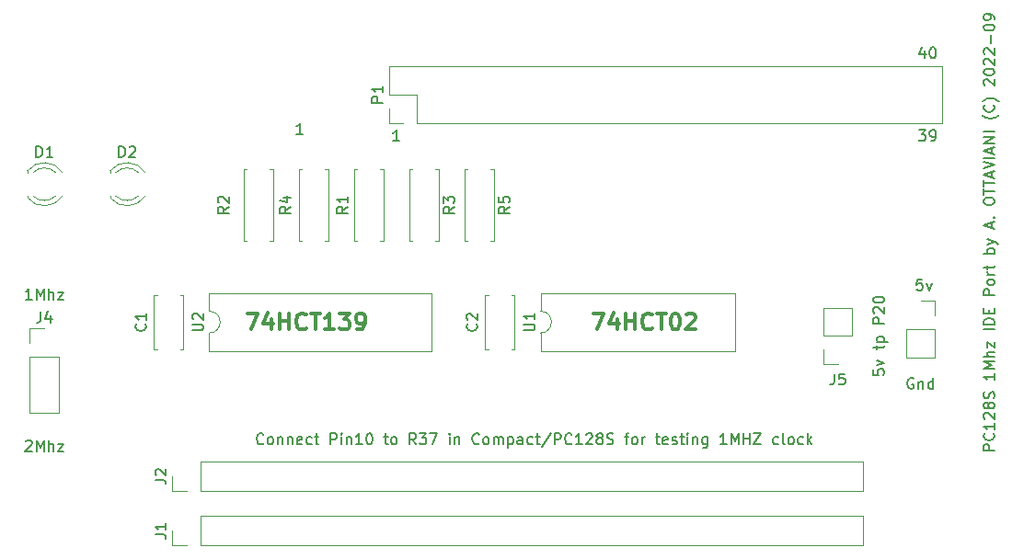
<source format=gbr>
G04 #@! TF.GenerationSoftware,KiCad,Pcbnew,(6.0.6)*
G04 #@! TF.CreationDate,2022-09-15T19:04:13+02:00*
G04 #@! TF.ProjectId,PC128S_IDE,50433132-3853-45f4-9944-452e6b696361,rev?*
G04 #@! TF.SameCoordinates,Original*
G04 #@! TF.FileFunction,Legend,Top*
G04 #@! TF.FilePolarity,Positive*
%FSLAX46Y46*%
G04 Gerber Fmt 4.6, Leading zero omitted, Abs format (unit mm)*
G04 Created by KiCad (PCBNEW (6.0.6)) date 2022-09-15 19:04:13*
%MOMM*%
%LPD*%
G01*
G04 APERTURE LIST*
%ADD10C,0.150000*%
%ADD11C,0.300000*%
%ADD12C,0.120000*%
G04 APERTURE END LIST*
D10*
X211422142Y-106795000D02*
X211326904Y-106747380D01*
X211184047Y-106747380D01*
X211041190Y-106795000D01*
X210945952Y-106890238D01*
X210898333Y-106985476D01*
X210850714Y-107175952D01*
X210850714Y-107318809D01*
X210898333Y-107509285D01*
X210945952Y-107604523D01*
X211041190Y-107699761D01*
X211184047Y-107747380D01*
X211279285Y-107747380D01*
X211422142Y-107699761D01*
X211469761Y-107652142D01*
X211469761Y-107318809D01*
X211279285Y-107318809D01*
X211898333Y-107080714D02*
X211898333Y-107747380D01*
X211898333Y-107175952D02*
X211945952Y-107128333D01*
X212041190Y-107080714D01*
X212184047Y-107080714D01*
X212279285Y-107128333D01*
X212326904Y-107223571D01*
X212326904Y-107747380D01*
X213231666Y-107747380D02*
X213231666Y-106747380D01*
X213231666Y-107699761D02*
X213136428Y-107747380D01*
X212945952Y-107747380D01*
X212850714Y-107699761D01*
X212803095Y-107652142D01*
X212755476Y-107556904D01*
X212755476Y-107271190D01*
X212803095Y-107175952D01*
X212850714Y-107128333D01*
X212945952Y-107080714D01*
X213136428Y-107080714D01*
X213231666Y-107128333D01*
X212239642Y-97666880D02*
X211763452Y-97666880D01*
X211715833Y-98143071D01*
X211763452Y-98095452D01*
X211858690Y-98047833D01*
X212096785Y-98047833D01*
X212192023Y-98095452D01*
X212239642Y-98143071D01*
X212287261Y-98238309D01*
X212287261Y-98476404D01*
X212239642Y-98571642D01*
X212192023Y-98619261D01*
X212096785Y-98666880D01*
X211858690Y-98666880D01*
X211763452Y-98619261D01*
X211715833Y-98571642D01*
X212620595Y-98000214D02*
X212858690Y-98666880D01*
X213096785Y-98000214D01*
X151601428Y-112752142D02*
X151553809Y-112799761D01*
X151410952Y-112847380D01*
X151315714Y-112847380D01*
X151172857Y-112799761D01*
X151077619Y-112704523D01*
X151030000Y-112609285D01*
X150982380Y-112418809D01*
X150982380Y-112275952D01*
X151030000Y-112085476D01*
X151077619Y-111990238D01*
X151172857Y-111895000D01*
X151315714Y-111847380D01*
X151410952Y-111847380D01*
X151553809Y-111895000D01*
X151601428Y-111942619D01*
X152172857Y-112847380D02*
X152077619Y-112799761D01*
X152030000Y-112752142D01*
X151982380Y-112656904D01*
X151982380Y-112371190D01*
X152030000Y-112275952D01*
X152077619Y-112228333D01*
X152172857Y-112180714D01*
X152315714Y-112180714D01*
X152410952Y-112228333D01*
X152458571Y-112275952D01*
X152506190Y-112371190D01*
X152506190Y-112656904D01*
X152458571Y-112752142D01*
X152410952Y-112799761D01*
X152315714Y-112847380D01*
X152172857Y-112847380D01*
X152934761Y-112180714D02*
X152934761Y-112847380D01*
X152934761Y-112275952D02*
X152982380Y-112228333D01*
X153077619Y-112180714D01*
X153220476Y-112180714D01*
X153315714Y-112228333D01*
X153363333Y-112323571D01*
X153363333Y-112847380D01*
X153839523Y-112180714D02*
X153839523Y-112847380D01*
X153839523Y-112275952D02*
X153887142Y-112228333D01*
X153982380Y-112180714D01*
X154125238Y-112180714D01*
X154220476Y-112228333D01*
X154268095Y-112323571D01*
X154268095Y-112847380D01*
X155125238Y-112799761D02*
X155030000Y-112847380D01*
X154839523Y-112847380D01*
X154744285Y-112799761D01*
X154696666Y-112704523D01*
X154696666Y-112323571D01*
X154744285Y-112228333D01*
X154839523Y-112180714D01*
X155030000Y-112180714D01*
X155125238Y-112228333D01*
X155172857Y-112323571D01*
X155172857Y-112418809D01*
X154696666Y-112514047D01*
X156030000Y-112799761D02*
X155934761Y-112847380D01*
X155744285Y-112847380D01*
X155649047Y-112799761D01*
X155601428Y-112752142D01*
X155553809Y-112656904D01*
X155553809Y-112371190D01*
X155601428Y-112275952D01*
X155649047Y-112228333D01*
X155744285Y-112180714D01*
X155934761Y-112180714D01*
X156030000Y-112228333D01*
X156315714Y-112180714D02*
X156696666Y-112180714D01*
X156458571Y-111847380D02*
X156458571Y-112704523D01*
X156506190Y-112799761D01*
X156601428Y-112847380D01*
X156696666Y-112847380D01*
X157791904Y-112847380D02*
X157791904Y-111847380D01*
X158172857Y-111847380D01*
X158268095Y-111895000D01*
X158315714Y-111942619D01*
X158363333Y-112037857D01*
X158363333Y-112180714D01*
X158315714Y-112275952D01*
X158268095Y-112323571D01*
X158172857Y-112371190D01*
X157791904Y-112371190D01*
X158791904Y-112847380D02*
X158791904Y-112180714D01*
X158791904Y-111847380D02*
X158744285Y-111895000D01*
X158791904Y-111942619D01*
X158839523Y-111895000D01*
X158791904Y-111847380D01*
X158791904Y-111942619D01*
X159268095Y-112180714D02*
X159268095Y-112847380D01*
X159268095Y-112275952D02*
X159315714Y-112228333D01*
X159410952Y-112180714D01*
X159553809Y-112180714D01*
X159649047Y-112228333D01*
X159696666Y-112323571D01*
X159696666Y-112847380D01*
X160696666Y-112847380D02*
X160125238Y-112847380D01*
X160410952Y-112847380D02*
X160410952Y-111847380D01*
X160315714Y-111990238D01*
X160220476Y-112085476D01*
X160125238Y-112133095D01*
X161315714Y-111847380D02*
X161410952Y-111847380D01*
X161506190Y-111895000D01*
X161553809Y-111942619D01*
X161601428Y-112037857D01*
X161649047Y-112228333D01*
X161649047Y-112466428D01*
X161601428Y-112656904D01*
X161553809Y-112752142D01*
X161506190Y-112799761D01*
X161410952Y-112847380D01*
X161315714Y-112847380D01*
X161220476Y-112799761D01*
X161172857Y-112752142D01*
X161125238Y-112656904D01*
X161077619Y-112466428D01*
X161077619Y-112228333D01*
X161125238Y-112037857D01*
X161172857Y-111942619D01*
X161220476Y-111895000D01*
X161315714Y-111847380D01*
X162696666Y-112180714D02*
X163077619Y-112180714D01*
X162839523Y-111847380D02*
X162839523Y-112704523D01*
X162887142Y-112799761D01*
X162982380Y-112847380D01*
X163077619Y-112847380D01*
X163553809Y-112847380D02*
X163458571Y-112799761D01*
X163410952Y-112752142D01*
X163363333Y-112656904D01*
X163363333Y-112371190D01*
X163410952Y-112275952D01*
X163458571Y-112228333D01*
X163553809Y-112180714D01*
X163696666Y-112180714D01*
X163791904Y-112228333D01*
X163839523Y-112275952D01*
X163887142Y-112371190D01*
X163887142Y-112656904D01*
X163839523Y-112752142D01*
X163791904Y-112799761D01*
X163696666Y-112847380D01*
X163553809Y-112847380D01*
X165649047Y-112847380D02*
X165315714Y-112371190D01*
X165077619Y-112847380D02*
X165077619Y-111847380D01*
X165458571Y-111847380D01*
X165553809Y-111895000D01*
X165601428Y-111942619D01*
X165649047Y-112037857D01*
X165649047Y-112180714D01*
X165601428Y-112275952D01*
X165553809Y-112323571D01*
X165458571Y-112371190D01*
X165077619Y-112371190D01*
X165982380Y-111847380D02*
X166601428Y-111847380D01*
X166268095Y-112228333D01*
X166410952Y-112228333D01*
X166506190Y-112275952D01*
X166553809Y-112323571D01*
X166601428Y-112418809D01*
X166601428Y-112656904D01*
X166553809Y-112752142D01*
X166506190Y-112799761D01*
X166410952Y-112847380D01*
X166125238Y-112847380D01*
X166030000Y-112799761D01*
X165982380Y-112752142D01*
X166934761Y-111847380D02*
X167601428Y-111847380D01*
X167172857Y-112847380D01*
X168744285Y-112847380D02*
X168744285Y-112180714D01*
X168744285Y-111847380D02*
X168696666Y-111895000D01*
X168744285Y-111942619D01*
X168791904Y-111895000D01*
X168744285Y-111847380D01*
X168744285Y-111942619D01*
X169220476Y-112180714D02*
X169220476Y-112847380D01*
X169220476Y-112275952D02*
X169268095Y-112228333D01*
X169363333Y-112180714D01*
X169506190Y-112180714D01*
X169601428Y-112228333D01*
X169649047Y-112323571D01*
X169649047Y-112847380D01*
X171458571Y-112752142D02*
X171410952Y-112799761D01*
X171268095Y-112847380D01*
X171172857Y-112847380D01*
X171030000Y-112799761D01*
X170934761Y-112704523D01*
X170887142Y-112609285D01*
X170839523Y-112418809D01*
X170839523Y-112275952D01*
X170887142Y-112085476D01*
X170934761Y-111990238D01*
X171030000Y-111895000D01*
X171172857Y-111847380D01*
X171268095Y-111847380D01*
X171410952Y-111895000D01*
X171458571Y-111942619D01*
X172030000Y-112847380D02*
X171934761Y-112799761D01*
X171887142Y-112752142D01*
X171839523Y-112656904D01*
X171839523Y-112371190D01*
X171887142Y-112275952D01*
X171934761Y-112228333D01*
X172030000Y-112180714D01*
X172172857Y-112180714D01*
X172268095Y-112228333D01*
X172315714Y-112275952D01*
X172363333Y-112371190D01*
X172363333Y-112656904D01*
X172315714Y-112752142D01*
X172268095Y-112799761D01*
X172172857Y-112847380D01*
X172030000Y-112847380D01*
X172791904Y-112847380D02*
X172791904Y-112180714D01*
X172791904Y-112275952D02*
X172839523Y-112228333D01*
X172934761Y-112180714D01*
X173077619Y-112180714D01*
X173172857Y-112228333D01*
X173220476Y-112323571D01*
X173220476Y-112847380D01*
X173220476Y-112323571D02*
X173268095Y-112228333D01*
X173363333Y-112180714D01*
X173506190Y-112180714D01*
X173601428Y-112228333D01*
X173649047Y-112323571D01*
X173649047Y-112847380D01*
X174125238Y-112180714D02*
X174125238Y-113180714D01*
X174125238Y-112228333D02*
X174220476Y-112180714D01*
X174410952Y-112180714D01*
X174506190Y-112228333D01*
X174553809Y-112275952D01*
X174601428Y-112371190D01*
X174601428Y-112656904D01*
X174553809Y-112752142D01*
X174506190Y-112799761D01*
X174410952Y-112847380D01*
X174220476Y-112847380D01*
X174125238Y-112799761D01*
X175458571Y-112847380D02*
X175458571Y-112323571D01*
X175410952Y-112228333D01*
X175315714Y-112180714D01*
X175125238Y-112180714D01*
X175030000Y-112228333D01*
X175458571Y-112799761D02*
X175363333Y-112847380D01*
X175125238Y-112847380D01*
X175030000Y-112799761D01*
X174982380Y-112704523D01*
X174982380Y-112609285D01*
X175030000Y-112514047D01*
X175125238Y-112466428D01*
X175363333Y-112466428D01*
X175458571Y-112418809D01*
X176363333Y-112799761D02*
X176268095Y-112847380D01*
X176077619Y-112847380D01*
X175982380Y-112799761D01*
X175934761Y-112752142D01*
X175887142Y-112656904D01*
X175887142Y-112371190D01*
X175934761Y-112275952D01*
X175982380Y-112228333D01*
X176077619Y-112180714D01*
X176268095Y-112180714D01*
X176363333Y-112228333D01*
X176649047Y-112180714D02*
X177030000Y-112180714D01*
X176791904Y-111847380D02*
X176791904Y-112704523D01*
X176839523Y-112799761D01*
X176934761Y-112847380D01*
X177030000Y-112847380D01*
X178077619Y-111799761D02*
X177220476Y-113085476D01*
X178410952Y-112847380D02*
X178410952Y-111847380D01*
X178791904Y-111847380D01*
X178887142Y-111895000D01*
X178934761Y-111942619D01*
X178982380Y-112037857D01*
X178982380Y-112180714D01*
X178934761Y-112275952D01*
X178887142Y-112323571D01*
X178791904Y-112371190D01*
X178410952Y-112371190D01*
X179982380Y-112752142D02*
X179934761Y-112799761D01*
X179791904Y-112847380D01*
X179696666Y-112847380D01*
X179553809Y-112799761D01*
X179458571Y-112704523D01*
X179410952Y-112609285D01*
X179363333Y-112418809D01*
X179363333Y-112275952D01*
X179410952Y-112085476D01*
X179458571Y-111990238D01*
X179553809Y-111895000D01*
X179696666Y-111847380D01*
X179791904Y-111847380D01*
X179934761Y-111895000D01*
X179982380Y-111942619D01*
X180934761Y-112847380D02*
X180363333Y-112847380D01*
X180649047Y-112847380D02*
X180649047Y-111847380D01*
X180553809Y-111990238D01*
X180458571Y-112085476D01*
X180363333Y-112133095D01*
X181315714Y-111942619D02*
X181363333Y-111895000D01*
X181458571Y-111847380D01*
X181696666Y-111847380D01*
X181791904Y-111895000D01*
X181839523Y-111942619D01*
X181887142Y-112037857D01*
X181887142Y-112133095D01*
X181839523Y-112275952D01*
X181268095Y-112847380D01*
X181887142Y-112847380D01*
X182458571Y-112275952D02*
X182363333Y-112228333D01*
X182315714Y-112180714D01*
X182268095Y-112085476D01*
X182268095Y-112037857D01*
X182315714Y-111942619D01*
X182363333Y-111895000D01*
X182458571Y-111847380D01*
X182649047Y-111847380D01*
X182744285Y-111895000D01*
X182791904Y-111942619D01*
X182839523Y-112037857D01*
X182839523Y-112085476D01*
X182791904Y-112180714D01*
X182744285Y-112228333D01*
X182649047Y-112275952D01*
X182458571Y-112275952D01*
X182363333Y-112323571D01*
X182315714Y-112371190D01*
X182268095Y-112466428D01*
X182268095Y-112656904D01*
X182315714Y-112752142D01*
X182363333Y-112799761D01*
X182458571Y-112847380D01*
X182649047Y-112847380D01*
X182744285Y-112799761D01*
X182791904Y-112752142D01*
X182839523Y-112656904D01*
X182839523Y-112466428D01*
X182791904Y-112371190D01*
X182744285Y-112323571D01*
X182649047Y-112275952D01*
X183220476Y-112799761D02*
X183363333Y-112847380D01*
X183601428Y-112847380D01*
X183696666Y-112799761D01*
X183744285Y-112752142D01*
X183791904Y-112656904D01*
X183791904Y-112561666D01*
X183744285Y-112466428D01*
X183696666Y-112418809D01*
X183601428Y-112371190D01*
X183410952Y-112323571D01*
X183315714Y-112275952D01*
X183268095Y-112228333D01*
X183220476Y-112133095D01*
X183220476Y-112037857D01*
X183268095Y-111942619D01*
X183315714Y-111895000D01*
X183410952Y-111847380D01*
X183649047Y-111847380D01*
X183791904Y-111895000D01*
X184839523Y-112180714D02*
X185220476Y-112180714D01*
X184982380Y-112847380D02*
X184982380Y-111990238D01*
X185030000Y-111895000D01*
X185125238Y-111847380D01*
X185220476Y-111847380D01*
X185696666Y-112847380D02*
X185601428Y-112799761D01*
X185553809Y-112752142D01*
X185506190Y-112656904D01*
X185506190Y-112371190D01*
X185553809Y-112275952D01*
X185601428Y-112228333D01*
X185696666Y-112180714D01*
X185839523Y-112180714D01*
X185934761Y-112228333D01*
X185982380Y-112275952D01*
X186030000Y-112371190D01*
X186030000Y-112656904D01*
X185982380Y-112752142D01*
X185934761Y-112799761D01*
X185839523Y-112847380D01*
X185696666Y-112847380D01*
X186458571Y-112847380D02*
X186458571Y-112180714D01*
X186458571Y-112371190D02*
X186506190Y-112275952D01*
X186553809Y-112228333D01*
X186649047Y-112180714D01*
X186744285Y-112180714D01*
X187696666Y-112180714D02*
X188077619Y-112180714D01*
X187839523Y-111847380D02*
X187839523Y-112704523D01*
X187887142Y-112799761D01*
X187982380Y-112847380D01*
X188077619Y-112847380D01*
X188791904Y-112799761D02*
X188696666Y-112847380D01*
X188506190Y-112847380D01*
X188410952Y-112799761D01*
X188363333Y-112704523D01*
X188363333Y-112323571D01*
X188410952Y-112228333D01*
X188506190Y-112180714D01*
X188696666Y-112180714D01*
X188791904Y-112228333D01*
X188839523Y-112323571D01*
X188839523Y-112418809D01*
X188363333Y-112514047D01*
X189220476Y-112799761D02*
X189315714Y-112847380D01*
X189506190Y-112847380D01*
X189601428Y-112799761D01*
X189649047Y-112704523D01*
X189649047Y-112656904D01*
X189601428Y-112561666D01*
X189506190Y-112514047D01*
X189363333Y-112514047D01*
X189268095Y-112466428D01*
X189220476Y-112371190D01*
X189220476Y-112323571D01*
X189268095Y-112228333D01*
X189363333Y-112180714D01*
X189506190Y-112180714D01*
X189601428Y-112228333D01*
X189934761Y-112180714D02*
X190315714Y-112180714D01*
X190077619Y-111847380D02*
X190077619Y-112704523D01*
X190125238Y-112799761D01*
X190220476Y-112847380D01*
X190315714Y-112847380D01*
X190649047Y-112847380D02*
X190649047Y-112180714D01*
X190649047Y-111847380D02*
X190601428Y-111895000D01*
X190649047Y-111942619D01*
X190696666Y-111895000D01*
X190649047Y-111847380D01*
X190649047Y-111942619D01*
X191125238Y-112180714D02*
X191125238Y-112847380D01*
X191125238Y-112275952D02*
X191172857Y-112228333D01*
X191268095Y-112180714D01*
X191410952Y-112180714D01*
X191506190Y-112228333D01*
X191553809Y-112323571D01*
X191553809Y-112847380D01*
X192458571Y-112180714D02*
X192458571Y-112990238D01*
X192410952Y-113085476D01*
X192363333Y-113133095D01*
X192268095Y-113180714D01*
X192125238Y-113180714D01*
X192030000Y-113133095D01*
X192458571Y-112799761D02*
X192363333Y-112847380D01*
X192172857Y-112847380D01*
X192077619Y-112799761D01*
X192030000Y-112752142D01*
X191982380Y-112656904D01*
X191982380Y-112371190D01*
X192030000Y-112275952D01*
X192077619Y-112228333D01*
X192172857Y-112180714D01*
X192363333Y-112180714D01*
X192458571Y-112228333D01*
X194220476Y-112847380D02*
X193649047Y-112847380D01*
X193934761Y-112847380D02*
X193934761Y-111847380D01*
X193839523Y-111990238D01*
X193744285Y-112085476D01*
X193649047Y-112133095D01*
X194649047Y-112847380D02*
X194649047Y-111847380D01*
X194982380Y-112561666D01*
X195315714Y-111847380D01*
X195315714Y-112847380D01*
X195791904Y-112847380D02*
X195791904Y-111847380D01*
X195791904Y-112323571D02*
X196363333Y-112323571D01*
X196363333Y-112847380D02*
X196363333Y-111847380D01*
X196744285Y-111847380D02*
X197410952Y-111847380D01*
X196744285Y-112847380D01*
X197410952Y-112847380D01*
X198982380Y-112799761D02*
X198887142Y-112847380D01*
X198696666Y-112847380D01*
X198601428Y-112799761D01*
X198553809Y-112752142D01*
X198506190Y-112656904D01*
X198506190Y-112371190D01*
X198553809Y-112275952D01*
X198601428Y-112228333D01*
X198696666Y-112180714D01*
X198887142Y-112180714D01*
X198982380Y-112228333D01*
X199553809Y-112847380D02*
X199458571Y-112799761D01*
X199410952Y-112704523D01*
X199410952Y-111847380D01*
X200077619Y-112847380D02*
X199982380Y-112799761D01*
X199934761Y-112752142D01*
X199887142Y-112656904D01*
X199887142Y-112371190D01*
X199934761Y-112275952D01*
X199982380Y-112228333D01*
X200077619Y-112180714D01*
X200220476Y-112180714D01*
X200315714Y-112228333D01*
X200363333Y-112275952D01*
X200410952Y-112371190D01*
X200410952Y-112656904D01*
X200363333Y-112752142D01*
X200315714Y-112799761D01*
X200220476Y-112847380D01*
X200077619Y-112847380D01*
X201268095Y-112799761D02*
X201172857Y-112847380D01*
X200982380Y-112847380D01*
X200887142Y-112799761D01*
X200839523Y-112752142D01*
X200791904Y-112656904D01*
X200791904Y-112371190D01*
X200839523Y-112275952D01*
X200887142Y-112228333D01*
X200982380Y-112180714D01*
X201172857Y-112180714D01*
X201268095Y-112228333D01*
X201696666Y-112847380D02*
X201696666Y-111847380D01*
X201791904Y-112466428D02*
X202077619Y-112847380D01*
X202077619Y-112180714D02*
X201696666Y-112561666D01*
X207732380Y-105965238D02*
X207732380Y-106441428D01*
X208208571Y-106489047D01*
X208160952Y-106441428D01*
X208113333Y-106346190D01*
X208113333Y-106108095D01*
X208160952Y-106012857D01*
X208208571Y-105965238D01*
X208303809Y-105917619D01*
X208541904Y-105917619D01*
X208637142Y-105965238D01*
X208684761Y-106012857D01*
X208732380Y-106108095D01*
X208732380Y-106346190D01*
X208684761Y-106441428D01*
X208637142Y-106489047D01*
X208065714Y-105584285D02*
X208732380Y-105346190D01*
X208065714Y-105108095D01*
X208065714Y-104108095D02*
X208065714Y-103727142D01*
X207732380Y-103965238D02*
X208589523Y-103965238D01*
X208684761Y-103917619D01*
X208732380Y-103822380D01*
X208732380Y-103727142D01*
X208065714Y-103393809D02*
X209065714Y-103393809D01*
X208113333Y-103393809D02*
X208065714Y-103298571D01*
X208065714Y-103108095D01*
X208113333Y-103012857D01*
X208160952Y-102965238D01*
X208256190Y-102917619D01*
X208541904Y-102917619D01*
X208637142Y-102965238D01*
X208684761Y-103012857D01*
X208732380Y-103108095D01*
X208732380Y-103298571D01*
X208684761Y-103393809D01*
X208732380Y-101727142D02*
X207732380Y-101727142D01*
X207732380Y-101346190D01*
X207780000Y-101250952D01*
X207827619Y-101203333D01*
X207922857Y-101155714D01*
X208065714Y-101155714D01*
X208160952Y-101203333D01*
X208208571Y-101250952D01*
X208256190Y-101346190D01*
X208256190Y-101727142D01*
X207827619Y-100774761D02*
X207780000Y-100727142D01*
X207732380Y-100631904D01*
X207732380Y-100393809D01*
X207780000Y-100298571D01*
X207827619Y-100250952D01*
X207922857Y-100203333D01*
X208018095Y-100203333D01*
X208160952Y-100250952D01*
X208732380Y-100822380D01*
X208732380Y-100203333D01*
X207732380Y-99584285D02*
X207732380Y-99489047D01*
X207780000Y-99393809D01*
X207827619Y-99346190D01*
X207922857Y-99298571D01*
X208113333Y-99250952D01*
X208351428Y-99250952D01*
X208541904Y-99298571D01*
X208637142Y-99346190D01*
X208684761Y-99393809D01*
X208732380Y-99489047D01*
X208732380Y-99584285D01*
X208684761Y-99679523D01*
X208637142Y-99727142D01*
X208541904Y-99774761D01*
X208351428Y-99822380D01*
X208113333Y-99822380D01*
X207922857Y-99774761D01*
X207827619Y-99727142D01*
X207780000Y-99679523D01*
X207732380Y-99584285D01*
D11*
X181940000Y-100778571D02*
X182940000Y-100778571D01*
X182297142Y-102278571D01*
X184154285Y-101278571D02*
X184154285Y-102278571D01*
X183797142Y-100707142D02*
X183440000Y-101778571D01*
X184368571Y-101778571D01*
X184940000Y-102278571D02*
X184940000Y-100778571D01*
X184940000Y-101492857D02*
X185797142Y-101492857D01*
X185797142Y-102278571D02*
X185797142Y-100778571D01*
X187368571Y-102135714D02*
X187297142Y-102207142D01*
X187082857Y-102278571D01*
X186940000Y-102278571D01*
X186725714Y-102207142D01*
X186582857Y-102064285D01*
X186511428Y-101921428D01*
X186440000Y-101635714D01*
X186440000Y-101421428D01*
X186511428Y-101135714D01*
X186582857Y-100992857D01*
X186725714Y-100850000D01*
X186940000Y-100778571D01*
X187082857Y-100778571D01*
X187297142Y-100850000D01*
X187368571Y-100921428D01*
X187797142Y-100778571D02*
X188654285Y-100778571D01*
X188225714Y-102278571D02*
X188225714Y-100778571D01*
X189440000Y-100778571D02*
X189582857Y-100778571D01*
X189725714Y-100850000D01*
X189797142Y-100921428D01*
X189868571Y-101064285D01*
X189940000Y-101350000D01*
X189940000Y-101707142D01*
X189868571Y-101992857D01*
X189797142Y-102135714D01*
X189725714Y-102207142D01*
X189582857Y-102278571D01*
X189440000Y-102278571D01*
X189297142Y-102207142D01*
X189225714Y-102135714D01*
X189154285Y-101992857D01*
X189082857Y-101707142D01*
X189082857Y-101350000D01*
X189154285Y-101064285D01*
X189225714Y-100921428D01*
X189297142Y-100850000D01*
X189440000Y-100778571D01*
X190511428Y-100921428D02*
X190582857Y-100850000D01*
X190725714Y-100778571D01*
X191082857Y-100778571D01*
X191225714Y-100850000D01*
X191297142Y-100921428D01*
X191368571Y-101064285D01*
X191368571Y-101207142D01*
X191297142Y-101421428D01*
X190440000Y-102278571D01*
X191368571Y-102278571D01*
D10*
X164115714Y-84907380D02*
X163544285Y-84907380D01*
X163830000Y-84907380D02*
X163830000Y-83907380D01*
X163734761Y-84050238D01*
X163639523Y-84145476D01*
X163544285Y-84193095D01*
X212439285Y-76620714D02*
X212439285Y-77287380D01*
X212201190Y-76239761D02*
X211963095Y-76954047D01*
X212582142Y-76954047D01*
X213153571Y-76287380D02*
X213248809Y-76287380D01*
X213344047Y-76335000D01*
X213391666Y-76382619D01*
X213439285Y-76477857D01*
X213486904Y-76668333D01*
X213486904Y-76906428D01*
X213439285Y-77096904D01*
X213391666Y-77192142D01*
X213344047Y-77239761D01*
X213248809Y-77287380D01*
X213153571Y-77287380D01*
X213058333Y-77239761D01*
X213010714Y-77192142D01*
X212963095Y-77096904D01*
X212915476Y-76906428D01*
X212915476Y-76668333D01*
X212963095Y-76477857D01*
X213010714Y-76382619D01*
X213058333Y-76335000D01*
X213153571Y-76287380D01*
X129730714Y-112562619D02*
X129778333Y-112515000D01*
X129873571Y-112467380D01*
X130111666Y-112467380D01*
X130206904Y-112515000D01*
X130254523Y-112562619D01*
X130302142Y-112657857D01*
X130302142Y-112753095D01*
X130254523Y-112895952D01*
X129683095Y-113467380D01*
X130302142Y-113467380D01*
X130730714Y-113467380D02*
X130730714Y-112467380D01*
X131064047Y-113181666D01*
X131397380Y-112467380D01*
X131397380Y-113467380D01*
X131873571Y-113467380D02*
X131873571Y-112467380D01*
X132302142Y-113467380D02*
X132302142Y-112943571D01*
X132254523Y-112848333D01*
X132159285Y-112800714D01*
X132016428Y-112800714D01*
X131921190Y-112848333D01*
X131873571Y-112895952D01*
X132683095Y-112800714D02*
X133206904Y-112800714D01*
X132683095Y-113467380D01*
X133206904Y-113467380D01*
X130302142Y-99497380D02*
X129730714Y-99497380D01*
X130016428Y-99497380D02*
X130016428Y-98497380D01*
X129921190Y-98640238D01*
X129825952Y-98735476D01*
X129730714Y-98783095D01*
X130730714Y-99497380D02*
X130730714Y-98497380D01*
X131064047Y-99211666D01*
X131397380Y-98497380D01*
X131397380Y-99497380D01*
X131873571Y-99497380D02*
X131873571Y-98497380D01*
X132302142Y-99497380D02*
X132302142Y-98973571D01*
X132254523Y-98878333D01*
X132159285Y-98830714D01*
X132016428Y-98830714D01*
X131921190Y-98878333D01*
X131873571Y-98925952D01*
X132683095Y-98830714D02*
X133206904Y-98830714D01*
X132683095Y-99497380D01*
X133206904Y-99497380D01*
X155225714Y-84272380D02*
X154654285Y-84272380D01*
X154940000Y-84272380D02*
X154940000Y-83272380D01*
X154844761Y-83415238D01*
X154749523Y-83510476D01*
X154654285Y-83558095D01*
X218892380Y-113416428D02*
X217892380Y-113416428D01*
X217892380Y-113035476D01*
X217940000Y-112940238D01*
X217987619Y-112892619D01*
X218082857Y-112844999D01*
X218225714Y-112844999D01*
X218320952Y-112892619D01*
X218368571Y-112940238D01*
X218416190Y-113035476D01*
X218416190Y-113416428D01*
X218797142Y-111844999D02*
X218844761Y-111892619D01*
X218892380Y-112035476D01*
X218892380Y-112130714D01*
X218844761Y-112273571D01*
X218749523Y-112368809D01*
X218654285Y-112416428D01*
X218463809Y-112464047D01*
X218320952Y-112464047D01*
X218130476Y-112416428D01*
X218035238Y-112368809D01*
X217940000Y-112273571D01*
X217892380Y-112130714D01*
X217892380Y-112035476D01*
X217940000Y-111892619D01*
X217987619Y-111844999D01*
X218892380Y-110892619D02*
X218892380Y-111464047D01*
X218892380Y-111178333D02*
X217892380Y-111178333D01*
X218035238Y-111273571D01*
X218130476Y-111368809D01*
X218178095Y-111464047D01*
X217987619Y-110511666D02*
X217940000Y-110464047D01*
X217892380Y-110368809D01*
X217892380Y-110130714D01*
X217940000Y-110035476D01*
X217987619Y-109987857D01*
X218082857Y-109940238D01*
X218178095Y-109940238D01*
X218320952Y-109987857D01*
X218892380Y-110559285D01*
X218892380Y-109940238D01*
X218320952Y-109368809D02*
X218273333Y-109464047D01*
X218225714Y-109511666D01*
X218130476Y-109559285D01*
X218082857Y-109559285D01*
X217987619Y-109511666D01*
X217940000Y-109464047D01*
X217892380Y-109368809D01*
X217892380Y-109178333D01*
X217940000Y-109083095D01*
X217987619Y-109035476D01*
X218082857Y-108987857D01*
X218130476Y-108987857D01*
X218225714Y-109035476D01*
X218273333Y-109083095D01*
X218320952Y-109178333D01*
X218320952Y-109368809D01*
X218368571Y-109464047D01*
X218416190Y-109511666D01*
X218511428Y-109559285D01*
X218701904Y-109559285D01*
X218797142Y-109511666D01*
X218844761Y-109464047D01*
X218892380Y-109368809D01*
X218892380Y-109178333D01*
X218844761Y-109083095D01*
X218797142Y-109035476D01*
X218701904Y-108987857D01*
X218511428Y-108987857D01*
X218416190Y-109035476D01*
X218368571Y-109083095D01*
X218320952Y-109178333D01*
X218844761Y-108606904D02*
X218892380Y-108464047D01*
X218892380Y-108225952D01*
X218844761Y-108130714D01*
X218797142Y-108083095D01*
X218701904Y-108035476D01*
X218606666Y-108035476D01*
X218511428Y-108083095D01*
X218463809Y-108130714D01*
X218416190Y-108225952D01*
X218368571Y-108416428D01*
X218320952Y-108511666D01*
X218273333Y-108559285D01*
X218178095Y-108606904D01*
X218082857Y-108606904D01*
X217987619Y-108559285D01*
X217940000Y-108511666D01*
X217892380Y-108416428D01*
X217892380Y-108178333D01*
X217940000Y-108035476D01*
X218892380Y-106321190D02*
X218892380Y-106892619D01*
X218892380Y-106606904D02*
X217892380Y-106606904D01*
X218035238Y-106702142D01*
X218130476Y-106797380D01*
X218178095Y-106892619D01*
X218892380Y-105892619D02*
X217892380Y-105892619D01*
X218606666Y-105559285D01*
X217892380Y-105225952D01*
X218892380Y-105225952D01*
X218892380Y-104749761D02*
X217892380Y-104749761D01*
X218892380Y-104321190D02*
X218368571Y-104321190D01*
X218273333Y-104368809D01*
X218225714Y-104464047D01*
X218225714Y-104606904D01*
X218273333Y-104702142D01*
X218320952Y-104749761D01*
X218225714Y-103940238D02*
X218225714Y-103416428D01*
X218892380Y-103940238D01*
X218892380Y-103416428D01*
X218892380Y-102273571D02*
X217892380Y-102273571D01*
X218892380Y-101797380D02*
X217892380Y-101797380D01*
X217892380Y-101559285D01*
X217940000Y-101416428D01*
X218035238Y-101321190D01*
X218130476Y-101273571D01*
X218320952Y-101225952D01*
X218463809Y-101225952D01*
X218654285Y-101273571D01*
X218749523Y-101321190D01*
X218844761Y-101416428D01*
X218892380Y-101559285D01*
X218892380Y-101797380D01*
X218368571Y-100797380D02*
X218368571Y-100464047D01*
X218892380Y-100321190D02*
X218892380Y-100797380D01*
X217892380Y-100797380D01*
X217892380Y-100321190D01*
X218892380Y-99130714D02*
X217892380Y-99130714D01*
X217892380Y-98749761D01*
X217940000Y-98654523D01*
X217987619Y-98606904D01*
X218082857Y-98559285D01*
X218225714Y-98559285D01*
X218320952Y-98606904D01*
X218368571Y-98654523D01*
X218416190Y-98749761D01*
X218416190Y-99130714D01*
X218892380Y-97987857D02*
X218844761Y-98083095D01*
X218797142Y-98130714D01*
X218701904Y-98178333D01*
X218416190Y-98178333D01*
X218320952Y-98130714D01*
X218273333Y-98083095D01*
X218225714Y-97987857D01*
X218225714Y-97844999D01*
X218273333Y-97749761D01*
X218320952Y-97702142D01*
X218416190Y-97654523D01*
X218701904Y-97654523D01*
X218797142Y-97702142D01*
X218844761Y-97749761D01*
X218892380Y-97844999D01*
X218892380Y-97987857D01*
X218892380Y-97225952D02*
X218225714Y-97225952D01*
X218416190Y-97225952D02*
X218320952Y-97178333D01*
X218273333Y-97130714D01*
X218225714Y-97035476D01*
X218225714Y-96940238D01*
X218225714Y-96749761D02*
X218225714Y-96368809D01*
X217892380Y-96606904D02*
X218749523Y-96606904D01*
X218844761Y-96559285D01*
X218892380Y-96464047D01*
X218892380Y-96368809D01*
X218892380Y-95273571D02*
X217892380Y-95273571D01*
X218273333Y-95273571D02*
X218225714Y-95178333D01*
X218225714Y-94987857D01*
X218273333Y-94892619D01*
X218320952Y-94844999D01*
X218416190Y-94797380D01*
X218701904Y-94797380D01*
X218797142Y-94844999D01*
X218844761Y-94892619D01*
X218892380Y-94987857D01*
X218892380Y-95178333D01*
X218844761Y-95273571D01*
X218225714Y-94464047D02*
X218892380Y-94225952D01*
X218225714Y-93987857D02*
X218892380Y-94225952D01*
X219130476Y-94321190D01*
X219178095Y-94368809D01*
X219225714Y-94464047D01*
X218606666Y-92892619D02*
X218606666Y-92416428D01*
X218892380Y-92987857D02*
X217892380Y-92654523D01*
X218892380Y-92321190D01*
X218797142Y-91987857D02*
X218844761Y-91940238D01*
X218892380Y-91987857D01*
X218844761Y-92035476D01*
X218797142Y-91987857D01*
X218892380Y-91987857D01*
X217892380Y-90559285D02*
X217892380Y-90368809D01*
X217940000Y-90273571D01*
X218035238Y-90178333D01*
X218225714Y-90130714D01*
X218559047Y-90130714D01*
X218749523Y-90178333D01*
X218844761Y-90273571D01*
X218892380Y-90368809D01*
X218892380Y-90559285D01*
X218844761Y-90654523D01*
X218749523Y-90749761D01*
X218559047Y-90797380D01*
X218225714Y-90797380D01*
X218035238Y-90749761D01*
X217940000Y-90654523D01*
X217892380Y-90559285D01*
X217892380Y-89844999D02*
X217892380Y-89273571D01*
X218892380Y-89559285D02*
X217892380Y-89559285D01*
X217892380Y-89083095D02*
X217892380Y-88511666D01*
X218892380Y-88797380D02*
X217892380Y-88797380D01*
X218606666Y-88225952D02*
X218606666Y-87749761D01*
X218892380Y-88321190D02*
X217892380Y-87987857D01*
X218892380Y-87654523D01*
X217892380Y-87464047D02*
X218892380Y-87130714D01*
X217892380Y-86797380D01*
X218892380Y-86464047D02*
X217892380Y-86464047D01*
X218606666Y-86035476D02*
X218606666Y-85559285D01*
X218892380Y-86130714D02*
X217892380Y-85797380D01*
X218892380Y-85464047D01*
X218892380Y-85130714D02*
X217892380Y-85130714D01*
X218892380Y-84559285D01*
X217892380Y-84559285D01*
X218892380Y-84083095D02*
X217892380Y-84083095D01*
X219273333Y-82559285D02*
X219225714Y-82606904D01*
X219082857Y-82702142D01*
X218987619Y-82749761D01*
X218844761Y-82797380D01*
X218606666Y-82844999D01*
X218416190Y-82844999D01*
X218178095Y-82797380D01*
X218035238Y-82749761D01*
X217940000Y-82702142D01*
X217797142Y-82606904D01*
X217749523Y-82559285D01*
X218797142Y-81606904D02*
X218844761Y-81654523D01*
X218892380Y-81797380D01*
X218892380Y-81892619D01*
X218844761Y-82035476D01*
X218749523Y-82130714D01*
X218654285Y-82178333D01*
X218463809Y-82225952D01*
X218320952Y-82225952D01*
X218130476Y-82178333D01*
X218035238Y-82130714D01*
X217940000Y-82035476D01*
X217892380Y-81892619D01*
X217892380Y-81797380D01*
X217940000Y-81654523D01*
X217987619Y-81606904D01*
X219273333Y-81273571D02*
X219225714Y-81225952D01*
X219082857Y-81130714D01*
X218987619Y-81083095D01*
X218844761Y-81035476D01*
X218606666Y-80987857D01*
X218416190Y-80987857D01*
X218178095Y-81035476D01*
X218035238Y-81083095D01*
X217940000Y-81130714D01*
X217797142Y-81225952D01*
X217749523Y-81273571D01*
X217987619Y-79797380D02*
X217940000Y-79749761D01*
X217892380Y-79654523D01*
X217892380Y-79416428D01*
X217940000Y-79321190D01*
X217987619Y-79273571D01*
X218082857Y-79225952D01*
X218178095Y-79225952D01*
X218320952Y-79273571D01*
X218892380Y-79844999D01*
X218892380Y-79225952D01*
X217892380Y-78606904D02*
X217892380Y-78511666D01*
X217940000Y-78416428D01*
X217987619Y-78368809D01*
X218082857Y-78321190D01*
X218273333Y-78273571D01*
X218511428Y-78273571D01*
X218701904Y-78321190D01*
X218797142Y-78368809D01*
X218844761Y-78416428D01*
X218892380Y-78511666D01*
X218892380Y-78606904D01*
X218844761Y-78702142D01*
X218797142Y-78749761D01*
X218701904Y-78797380D01*
X218511428Y-78844999D01*
X218273333Y-78844999D01*
X218082857Y-78797380D01*
X217987619Y-78749761D01*
X217940000Y-78702142D01*
X217892380Y-78606904D01*
X217987619Y-77892619D02*
X217940000Y-77844999D01*
X217892380Y-77749761D01*
X217892380Y-77511666D01*
X217940000Y-77416428D01*
X217987619Y-77368809D01*
X218082857Y-77321190D01*
X218178095Y-77321190D01*
X218320952Y-77368809D01*
X218892380Y-77940238D01*
X218892380Y-77321190D01*
X217987619Y-76940238D02*
X217940000Y-76892619D01*
X217892380Y-76797380D01*
X217892380Y-76559285D01*
X217940000Y-76464047D01*
X217987619Y-76416428D01*
X218082857Y-76368809D01*
X218178095Y-76368809D01*
X218320952Y-76416428D01*
X218892380Y-76987857D01*
X218892380Y-76368809D01*
X218511428Y-75940238D02*
X218511428Y-75178333D01*
X217892380Y-74511666D02*
X217892380Y-74416428D01*
X217940000Y-74321190D01*
X217987619Y-74273571D01*
X218082857Y-74225952D01*
X218273333Y-74178333D01*
X218511428Y-74178333D01*
X218701904Y-74225952D01*
X218797142Y-74273571D01*
X218844761Y-74321190D01*
X218892380Y-74416428D01*
X218892380Y-74511666D01*
X218844761Y-74606904D01*
X218797142Y-74654523D01*
X218701904Y-74702142D01*
X218511428Y-74749761D01*
X218273333Y-74749761D01*
X218082857Y-74702142D01*
X217987619Y-74654523D01*
X217940000Y-74606904D01*
X217892380Y-74511666D01*
X218892380Y-73702142D02*
X218892380Y-73511666D01*
X218844761Y-73416428D01*
X218797142Y-73368809D01*
X218654285Y-73273571D01*
X218463809Y-73225952D01*
X218082857Y-73225952D01*
X217987619Y-73273571D01*
X217940000Y-73321190D01*
X217892380Y-73416428D01*
X217892380Y-73606904D01*
X217940000Y-73702142D01*
X217987619Y-73749761D01*
X218082857Y-73797380D01*
X218320952Y-73797380D01*
X218416190Y-73749761D01*
X218463809Y-73702142D01*
X218511428Y-73606904D01*
X218511428Y-73416428D01*
X218463809Y-73321190D01*
X218416190Y-73273571D01*
X218320952Y-73225952D01*
D11*
X150110714Y-100778571D02*
X151110714Y-100778571D01*
X150467857Y-102278571D01*
X152325000Y-101278571D02*
X152325000Y-102278571D01*
X151967857Y-100707142D02*
X151610714Y-101778571D01*
X152539285Y-101778571D01*
X153110714Y-102278571D02*
X153110714Y-100778571D01*
X153110714Y-101492857D02*
X153967857Y-101492857D01*
X153967857Y-102278571D02*
X153967857Y-100778571D01*
X155539285Y-102135714D02*
X155467857Y-102207142D01*
X155253571Y-102278571D01*
X155110714Y-102278571D01*
X154896428Y-102207142D01*
X154753571Y-102064285D01*
X154682142Y-101921428D01*
X154610714Y-101635714D01*
X154610714Y-101421428D01*
X154682142Y-101135714D01*
X154753571Y-100992857D01*
X154896428Y-100850000D01*
X155110714Y-100778571D01*
X155253571Y-100778571D01*
X155467857Y-100850000D01*
X155539285Y-100921428D01*
X155967857Y-100778571D02*
X156825000Y-100778571D01*
X156396428Y-102278571D02*
X156396428Y-100778571D01*
X158110714Y-102278571D02*
X157253571Y-102278571D01*
X157682142Y-102278571D02*
X157682142Y-100778571D01*
X157539285Y-100992857D01*
X157396428Y-101135714D01*
X157253571Y-101207142D01*
X158610714Y-100778571D02*
X159539285Y-100778571D01*
X159039285Y-101350000D01*
X159253571Y-101350000D01*
X159396428Y-101421428D01*
X159467857Y-101492857D01*
X159539285Y-101635714D01*
X159539285Y-101992857D01*
X159467857Y-102135714D01*
X159396428Y-102207142D01*
X159253571Y-102278571D01*
X158825000Y-102278571D01*
X158682142Y-102207142D01*
X158610714Y-102135714D01*
X160253571Y-102278571D02*
X160539285Y-102278571D01*
X160682142Y-102207142D01*
X160753571Y-102135714D01*
X160896428Y-101921428D01*
X160967857Y-101635714D01*
X160967857Y-101064285D01*
X160896428Y-100921428D01*
X160825000Y-100850000D01*
X160682142Y-100778571D01*
X160396428Y-100778571D01*
X160253571Y-100850000D01*
X160182142Y-100921428D01*
X160110714Y-101064285D01*
X160110714Y-101421428D01*
X160182142Y-101564285D01*
X160253571Y-101635714D01*
X160396428Y-101707142D01*
X160682142Y-101707142D01*
X160825000Y-101635714D01*
X160896428Y-101564285D01*
X160967857Y-101421428D01*
D10*
X211915476Y-83907380D02*
X212534523Y-83907380D01*
X212201190Y-84288333D01*
X212344047Y-84288333D01*
X212439285Y-84335952D01*
X212486904Y-84383571D01*
X212534523Y-84478809D01*
X212534523Y-84716904D01*
X212486904Y-84812142D01*
X212439285Y-84859761D01*
X212344047Y-84907380D01*
X212058333Y-84907380D01*
X211963095Y-84859761D01*
X211915476Y-84812142D01*
X213010714Y-84907380D02*
X213201190Y-84907380D01*
X213296428Y-84859761D01*
X213344047Y-84812142D01*
X213439285Y-84669285D01*
X213486904Y-84478809D01*
X213486904Y-84097857D01*
X213439285Y-84002619D01*
X213391666Y-83955000D01*
X213296428Y-83907380D01*
X213105952Y-83907380D01*
X213010714Y-83955000D01*
X212963095Y-84002619D01*
X212915476Y-84097857D01*
X212915476Y-84335952D01*
X212963095Y-84431190D01*
X213010714Y-84478809D01*
X213105952Y-84526428D01*
X213296428Y-84526428D01*
X213391666Y-84478809D01*
X213439285Y-84431190D01*
X213486904Y-84335952D01*
X141631880Y-121128333D02*
X142346166Y-121128333D01*
X142489023Y-121175952D01*
X142584261Y-121271190D01*
X142631880Y-121414047D01*
X142631880Y-121509285D01*
X142631880Y-120128333D02*
X142631880Y-120699761D01*
X142631880Y-120414047D02*
X141631880Y-120414047D01*
X141774738Y-120509285D01*
X141869976Y-120604523D01*
X141917595Y-120699761D01*
X141631880Y-116128333D02*
X142346166Y-116128333D01*
X142489023Y-116175952D01*
X142584261Y-116271190D01*
X142631880Y-116414047D01*
X142631880Y-116509285D01*
X141727119Y-115699761D02*
X141679500Y-115652142D01*
X141631880Y-115556904D01*
X141631880Y-115318809D01*
X141679500Y-115223571D01*
X141727119Y-115175952D01*
X141822357Y-115128333D01*
X141917595Y-115128333D01*
X142060452Y-115175952D01*
X142631880Y-115747380D01*
X142631880Y-115128333D01*
X131111666Y-100627380D02*
X131111666Y-101341666D01*
X131064047Y-101484523D01*
X130968809Y-101579761D01*
X130825952Y-101627380D01*
X130730714Y-101627380D01*
X132016428Y-100960714D02*
X132016428Y-101627380D01*
X131778333Y-100579761D02*
X131540238Y-101294047D01*
X132159285Y-101294047D01*
X154122380Y-90971666D02*
X153646190Y-91305000D01*
X154122380Y-91543095D02*
X153122380Y-91543095D01*
X153122380Y-91162142D01*
X153170000Y-91066904D01*
X153217619Y-91019285D01*
X153312857Y-90971666D01*
X153455714Y-90971666D01*
X153550952Y-91019285D01*
X153598571Y-91066904D01*
X153646190Y-91162142D01*
X153646190Y-91543095D01*
X153455714Y-90114523D02*
X154122380Y-90114523D01*
X153074761Y-90352619D02*
X153789047Y-90590714D01*
X153789047Y-89971666D01*
X204136666Y-106362380D02*
X204136666Y-107076666D01*
X204089047Y-107219523D01*
X203993809Y-107314761D01*
X203850952Y-107362380D01*
X203755714Y-107362380D01*
X205089047Y-106362380D02*
X204612857Y-106362380D01*
X204565238Y-106838571D01*
X204612857Y-106790952D01*
X204708095Y-106743333D01*
X204946190Y-106743333D01*
X205041428Y-106790952D01*
X205089047Y-106838571D01*
X205136666Y-106933809D01*
X205136666Y-107171904D01*
X205089047Y-107267142D01*
X205041428Y-107314761D01*
X204946190Y-107362380D01*
X204708095Y-107362380D01*
X204612857Y-107314761D01*
X204565238Y-107267142D01*
X175562380Y-102351904D02*
X176371904Y-102351904D01*
X176467142Y-102304285D01*
X176514761Y-102256666D01*
X176562380Y-102161428D01*
X176562380Y-101970952D01*
X176514761Y-101875714D01*
X176467142Y-101828095D01*
X176371904Y-101780476D01*
X175562380Y-101780476D01*
X176562380Y-100780476D02*
X176562380Y-101351904D01*
X176562380Y-101066190D02*
X175562380Y-101066190D01*
X175705238Y-101161428D01*
X175800476Y-101256666D01*
X175848095Y-101351904D01*
X138321904Y-86392380D02*
X138321904Y-85392380D01*
X138560000Y-85392380D01*
X138702857Y-85440000D01*
X138798095Y-85535238D01*
X138845714Y-85630476D01*
X138893333Y-85820952D01*
X138893333Y-85963809D01*
X138845714Y-86154285D01*
X138798095Y-86249523D01*
X138702857Y-86344761D01*
X138560000Y-86392380D01*
X138321904Y-86392380D01*
X139274285Y-85487619D02*
X139321904Y-85440000D01*
X139417142Y-85392380D01*
X139655238Y-85392380D01*
X139750476Y-85440000D01*
X139798095Y-85487619D01*
X139845714Y-85582857D01*
X139845714Y-85678095D01*
X139798095Y-85820952D01*
X139226666Y-86392380D01*
X139845714Y-86392380D01*
X140732142Y-101766666D02*
X140779761Y-101814285D01*
X140827380Y-101957142D01*
X140827380Y-102052380D01*
X140779761Y-102195238D01*
X140684523Y-102290476D01*
X140589285Y-102338095D01*
X140398809Y-102385714D01*
X140255952Y-102385714D01*
X140065476Y-102338095D01*
X139970238Y-102290476D01*
X139875000Y-102195238D01*
X139827380Y-102052380D01*
X139827380Y-101957142D01*
X139875000Y-101814285D01*
X139922619Y-101766666D01*
X140827380Y-100814285D02*
X140827380Y-101385714D01*
X140827380Y-101100000D02*
X139827380Y-101100000D01*
X139970238Y-101195238D01*
X140065476Y-101290476D01*
X140113095Y-101385714D01*
X148407380Y-90971666D02*
X147931190Y-91305000D01*
X148407380Y-91543095D02*
X147407380Y-91543095D01*
X147407380Y-91162142D01*
X147455000Y-91066904D01*
X147502619Y-91019285D01*
X147597857Y-90971666D01*
X147740714Y-90971666D01*
X147835952Y-91019285D01*
X147883571Y-91066904D01*
X147931190Y-91162142D01*
X147931190Y-91543095D01*
X147502619Y-90590714D02*
X147455000Y-90543095D01*
X147407380Y-90447857D01*
X147407380Y-90209761D01*
X147455000Y-90114523D01*
X147502619Y-90066904D01*
X147597857Y-90019285D01*
X147693095Y-90019285D01*
X147835952Y-90066904D01*
X148407380Y-90638333D01*
X148407380Y-90019285D01*
X145072380Y-102351904D02*
X145881904Y-102351904D01*
X145977142Y-102304285D01*
X146024761Y-102256666D01*
X146072380Y-102161428D01*
X146072380Y-101970952D01*
X146024761Y-101875714D01*
X145977142Y-101828095D01*
X145881904Y-101780476D01*
X145072380Y-101780476D01*
X145167619Y-101351904D02*
X145120000Y-101304285D01*
X145072380Y-101209047D01*
X145072380Y-100970952D01*
X145120000Y-100875714D01*
X145167619Y-100828095D01*
X145262857Y-100780476D01*
X145358095Y-100780476D01*
X145500952Y-100828095D01*
X146072380Y-101399523D01*
X146072380Y-100780476D01*
X130706904Y-86392380D02*
X130706904Y-85392380D01*
X130945000Y-85392380D01*
X131087857Y-85440000D01*
X131183095Y-85535238D01*
X131230714Y-85630476D01*
X131278333Y-85820952D01*
X131278333Y-85963809D01*
X131230714Y-86154285D01*
X131183095Y-86249523D01*
X131087857Y-86344761D01*
X130945000Y-86392380D01*
X130706904Y-86392380D01*
X132230714Y-86392380D02*
X131659285Y-86392380D01*
X131945000Y-86392380D02*
X131945000Y-85392380D01*
X131849761Y-85535238D01*
X131754523Y-85630476D01*
X131659285Y-85678095D01*
X171212142Y-101766666D02*
X171259761Y-101814285D01*
X171307380Y-101957142D01*
X171307380Y-102052380D01*
X171259761Y-102195238D01*
X171164523Y-102290476D01*
X171069285Y-102338095D01*
X170878809Y-102385714D01*
X170735952Y-102385714D01*
X170545476Y-102338095D01*
X170450238Y-102290476D01*
X170355000Y-102195238D01*
X170307380Y-102052380D01*
X170307380Y-101957142D01*
X170355000Y-101814285D01*
X170402619Y-101766666D01*
X170402619Y-101385714D02*
X170355000Y-101338095D01*
X170307380Y-101242857D01*
X170307380Y-101004761D01*
X170355000Y-100909523D01*
X170402619Y-100861904D01*
X170497857Y-100814285D01*
X170593095Y-100814285D01*
X170735952Y-100861904D01*
X171307380Y-101433333D01*
X171307380Y-100814285D01*
X162592380Y-81388095D02*
X161592380Y-81388095D01*
X161592380Y-81007142D01*
X161640000Y-80911904D01*
X161687619Y-80864285D01*
X161782857Y-80816666D01*
X161925714Y-80816666D01*
X162020952Y-80864285D01*
X162068571Y-80911904D01*
X162116190Y-81007142D01*
X162116190Y-81388095D01*
X162592380Y-79864285D02*
X162592380Y-80435714D01*
X162592380Y-80150000D02*
X161592380Y-80150000D01*
X161735238Y-80245238D01*
X161830476Y-80340476D01*
X161878095Y-80435714D01*
X169192380Y-90971666D02*
X168716190Y-91305000D01*
X169192380Y-91543095D02*
X168192380Y-91543095D01*
X168192380Y-91162142D01*
X168240000Y-91066904D01*
X168287619Y-91019285D01*
X168382857Y-90971666D01*
X168525714Y-90971666D01*
X168620952Y-91019285D01*
X168668571Y-91066904D01*
X168716190Y-91162142D01*
X168716190Y-91543095D01*
X168192380Y-90638333D02*
X168192380Y-90019285D01*
X168573333Y-90352619D01*
X168573333Y-90209761D01*
X168620952Y-90114523D01*
X168668571Y-90066904D01*
X168763809Y-90019285D01*
X169001904Y-90019285D01*
X169097142Y-90066904D01*
X169144761Y-90114523D01*
X169192380Y-90209761D01*
X169192380Y-90495476D01*
X169144761Y-90590714D01*
X169097142Y-90638333D01*
X159372380Y-90971666D02*
X158896190Y-91305000D01*
X159372380Y-91543095D02*
X158372380Y-91543095D01*
X158372380Y-91162142D01*
X158420000Y-91066904D01*
X158467619Y-91019285D01*
X158562857Y-90971666D01*
X158705714Y-90971666D01*
X158800952Y-91019285D01*
X158848571Y-91066904D01*
X158896190Y-91162142D01*
X158896190Y-91543095D01*
X159372380Y-90019285D02*
X159372380Y-90590714D01*
X159372380Y-90305000D02*
X158372380Y-90305000D01*
X158515238Y-90400238D01*
X158610476Y-90495476D01*
X158658095Y-90590714D01*
X174272380Y-90971666D02*
X173796190Y-91305000D01*
X174272380Y-91543095D02*
X173272380Y-91543095D01*
X173272380Y-91162142D01*
X173320000Y-91066904D01*
X173367619Y-91019285D01*
X173462857Y-90971666D01*
X173605714Y-90971666D01*
X173700952Y-91019285D01*
X173748571Y-91066904D01*
X173796190Y-91162142D01*
X173796190Y-91543095D01*
X173272380Y-90066904D02*
X173272380Y-90543095D01*
X173748571Y-90590714D01*
X173700952Y-90543095D01*
X173653333Y-90447857D01*
X173653333Y-90209761D01*
X173700952Y-90114523D01*
X173748571Y-90066904D01*
X173843809Y-90019285D01*
X174081904Y-90019285D01*
X174177142Y-90066904D01*
X174224761Y-90114523D01*
X174272380Y-90209761D01*
X174272380Y-90447857D01*
X174224761Y-90543095D01*
X174177142Y-90590714D01*
D12*
X210760000Y-102235000D02*
X213420000Y-102235000D01*
X212090000Y-99635000D02*
X213420000Y-99635000D01*
X213420000Y-99635000D02*
X213420000Y-100965000D01*
X210760000Y-104835000D02*
X213420000Y-104835000D01*
X213420000Y-102235000D02*
X213420000Y-104835000D01*
X210760000Y-102235000D02*
X210760000Y-104835000D01*
X206799500Y-122125000D02*
X206799500Y-119465000D01*
X145779500Y-122125000D02*
X145779500Y-119465000D01*
X145779500Y-122125000D02*
X206799500Y-122125000D01*
X143179500Y-122125000D02*
X143179500Y-120795000D01*
X144509500Y-122125000D02*
X143179500Y-122125000D01*
X145779500Y-119465000D02*
X206799500Y-119465000D01*
X145779500Y-117125000D02*
X145779500Y-114465000D01*
X145779500Y-117125000D02*
X206799500Y-117125000D01*
X145779500Y-114465000D02*
X206799500Y-114465000D01*
X206799500Y-117125000D02*
X206799500Y-114465000D01*
X143179500Y-117125000D02*
X143179500Y-115795000D01*
X144509500Y-117125000D02*
X143179500Y-117125000D01*
X130115000Y-109915000D02*
X132775000Y-109915000D01*
X130115000Y-104775000D02*
X130115000Y-109915000D01*
X130115000Y-102175000D02*
X131445000Y-102175000D01*
X130115000Y-103505000D02*
X130115000Y-102175000D01*
X130115000Y-104775000D02*
X132775000Y-104775000D01*
X132775000Y-104775000D02*
X132775000Y-109915000D01*
X157250000Y-94075000D02*
X157580000Y-94075000D01*
X157580000Y-94075000D02*
X157580000Y-87535000D01*
X154840000Y-87535000D02*
X155170000Y-87535000D01*
X157580000Y-87535000D02*
X157250000Y-87535000D01*
X155170000Y-94075000D02*
X154840000Y-94075000D01*
X154840000Y-94075000D02*
X154840000Y-87535000D01*
X203140000Y-105470000D02*
X203140000Y-104140000D01*
X205800000Y-100270000D02*
X203140000Y-100270000D01*
X205800000Y-102870000D02*
X203140000Y-102870000D01*
X204470000Y-105470000D02*
X203140000Y-105470000D01*
X205800000Y-102870000D02*
X205800000Y-100270000D01*
X203140000Y-102870000D02*
X203140000Y-100270000D01*
X195010000Y-104240000D02*
X195010000Y-98940000D01*
X177110000Y-104240000D02*
X195010000Y-104240000D01*
X195010000Y-98940000D02*
X177110000Y-98940000D01*
X177110000Y-102590000D02*
X177110000Y-104240000D01*
X177110000Y-98940000D02*
X177110000Y-100590000D01*
X177110000Y-102590000D02*
G75*
G03*
X177110000Y-100590000I0J1000000D01*
G01*
X137500000Y-87664000D02*
X137500000Y-87820000D01*
X137500000Y-89980000D02*
X137500000Y-90136000D01*
X138019039Y-89980000D02*
G75*
G03*
X140101130Y-89979837I1040961J1080000D01*
G01*
X137500000Y-90135516D02*
G75*
G03*
X140732335Y-89978608I1560000J1235516D01*
G01*
X140101130Y-87820163D02*
G75*
G03*
X138019039Y-87820000I-1041130J-1079837D01*
G01*
X140732335Y-87821392D02*
G75*
G03*
X137500000Y-87664484I-1672335J-1078608D01*
G01*
X141505000Y-104070000D02*
X141820000Y-104070000D01*
X141505000Y-99130000D02*
X141820000Y-99130000D01*
X143930000Y-104070000D02*
X144245000Y-104070000D01*
X143930000Y-99130000D02*
X144245000Y-99130000D01*
X144245000Y-104070000D02*
X144245000Y-99130000D01*
X141505000Y-104070000D02*
X141505000Y-99130000D01*
X152500000Y-94075000D02*
X152170000Y-94075000D01*
X152500000Y-87535000D02*
X152500000Y-94075000D01*
X149760000Y-87535000D02*
X149760000Y-94075000D01*
X152170000Y-87535000D02*
X152500000Y-87535000D01*
X149760000Y-94075000D02*
X150090000Y-94075000D01*
X150090000Y-87535000D02*
X149760000Y-87535000D01*
X146620000Y-98940000D02*
X146620000Y-100590000D01*
X146620000Y-102590000D02*
X146620000Y-104240000D01*
X146620000Y-104240000D02*
X167060000Y-104240000D01*
X167060000Y-104240000D02*
X167060000Y-98940000D01*
X167060000Y-98940000D02*
X146620000Y-98940000D01*
X146620000Y-102590000D02*
G75*
G03*
X146620000Y-100590000I0J1000000D01*
G01*
X129885000Y-87664000D02*
X129885000Y-87820000D01*
X129885000Y-89980000D02*
X129885000Y-90136000D01*
X130404039Y-89980000D02*
G75*
G03*
X132486130Y-89979837I1040961J1080000D01*
G01*
X133117335Y-87821392D02*
G75*
G03*
X129885000Y-87664484I-1672335J-1078608D01*
G01*
X132486130Y-87820163D02*
G75*
G03*
X130404039Y-87820000I-1041130J-1079837D01*
G01*
X129885000Y-90135516D02*
G75*
G03*
X133117335Y-89978608I1560000J1235516D01*
G01*
X174725000Y-104070000D02*
X174725000Y-99130000D01*
X174410000Y-104070000D02*
X174725000Y-104070000D01*
X171985000Y-104070000D02*
X171985000Y-99130000D01*
X174410000Y-99130000D02*
X174725000Y-99130000D01*
X171985000Y-104070000D02*
X172300000Y-104070000D01*
X171985000Y-99130000D02*
X172300000Y-99130000D01*
X163140000Y-83250000D02*
X163140000Y-81920000D01*
X165740000Y-83250000D02*
X165740000Y-80650000D01*
X163140000Y-80650000D02*
X163140000Y-78050000D01*
X214060000Y-83250000D02*
X214060000Y-78050000D01*
X165740000Y-80650000D02*
X163140000Y-80650000D01*
X165740000Y-83250000D02*
X214060000Y-83250000D01*
X163140000Y-78050000D02*
X214060000Y-78050000D01*
X164470000Y-83250000D02*
X163140000Y-83250000D01*
X167740000Y-87535000D02*
X167740000Y-94075000D01*
X167740000Y-94075000D02*
X167410000Y-94075000D01*
X165000000Y-94075000D02*
X165330000Y-94075000D01*
X165000000Y-87535000D02*
X165000000Y-94075000D01*
X167410000Y-87535000D02*
X167740000Y-87535000D01*
X165330000Y-87535000D02*
X165000000Y-87535000D01*
X162660000Y-87535000D02*
X162330000Y-87535000D01*
X160250000Y-94075000D02*
X159920000Y-94075000D01*
X162330000Y-94075000D02*
X162660000Y-94075000D01*
X159920000Y-87535000D02*
X160250000Y-87535000D01*
X162660000Y-94075000D02*
X162660000Y-87535000D01*
X159920000Y-94075000D02*
X159920000Y-87535000D01*
X172820000Y-87535000D02*
X172820000Y-94075000D01*
X170080000Y-94075000D02*
X170410000Y-94075000D01*
X170080000Y-87535000D02*
X170080000Y-94075000D01*
X172820000Y-94075000D02*
X172490000Y-94075000D01*
X172490000Y-87535000D02*
X172820000Y-87535000D01*
X170410000Y-87535000D02*
X170080000Y-87535000D01*
M02*

</source>
